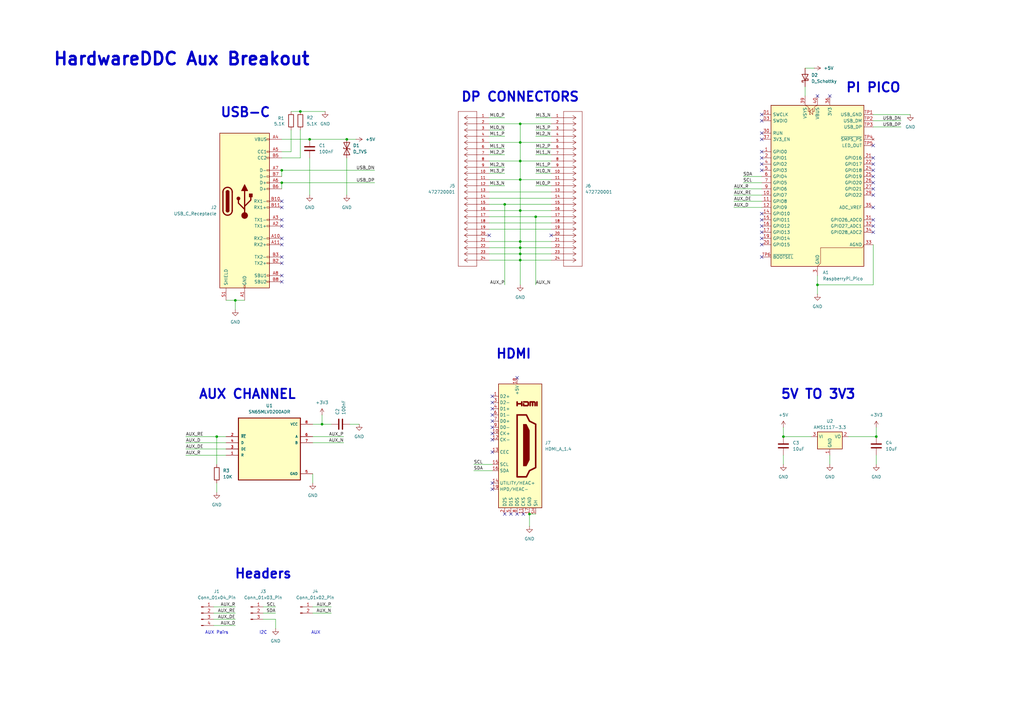
<source format=kicad_sch>
(kicad_sch (version 20250114) (generator "eeschema") (generator_version "9.0")
  (paper "A3")
  (lib_symbols
    (symbol "472720001:472720001" (pin_names (offset 1.016))
      (property "Reference" "J" (at 4.1656 5.3086 0))
      (property "Value" "472720001" (at 4.8006 -31.5214 0))
      (symbol "472720001_0_0"
        (polyline (pts (xy 5.08 2.54) (xy 5.08 -60.96)) (stroke (width 0.1524)))
        (polyline (pts (xy 5.08 -60.96) (xy 12.7 -60.96)) (stroke (width 0.1524)))
        (polyline (pts (xy 10.16 0) (xy 5.08 0)) (stroke (width 0.1524)))
        (polyline (pts (xy 10.16 0) (xy 8.89 0.8382)) (stroke (width 0.1524)))
        (polyline (pts (xy 10.16 0) (xy 8.89 -0.8382)) (stroke (width 0.1524)))
        (polyline (pts (xy 10.16 -2.54) (xy 5.08 -2.54)) (stroke (width 0.1524)))
        (polyline (pts (xy 10.16 -2.54) (xy 8.89 -1.7018)) (stroke (width 0.1524)))
        (polyline (pts (xy 10.16 -2.54) (xy 8.89 -3.3782)) (stroke (width 0.1524)))
        (polyline (pts (xy 10.16 -5.08) (xy 5.08 -5.08)) (stroke (width 0.1524)))
        (polyline (pts (xy 10.16 -5.08) (xy 8.89 -4.2418)) (stroke (width 0.1524)))
        (polyline (pts (xy 10.16 -5.08) (xy 8.89 -5.9182)) (stroke (width 0.1524)))
        (polyline (pts (xy 10.16 -7.62) (xy 5.08 -7.62)) (stroke (width 0.1524)))
        (polyline (pts (xy 10.16 -7.62) (xy 8.89 -6.7818)) (stroke (width 0.1524)))
        (polyline (pts (xy 10.16 -7.62) (xy 8.89 -8.4582)) (stroke (width 0.1524)))
        (polyline (pts (xy 10.16 -10.16) (xy 5.08 -10.16)) (stroke (width 0.1524)))
        (polyline (pts (xy 10.16 -10.16) (xy 8.89 -9.3218)) (stroke (width 0.1524)))
        (polyline (pts (xy 10.16 -10.16) (xy 8.89 -10.9982)) (stroke (width 0.1524)))
        (polyline (pts (xy 10.16 -12.7) (xy 5.08 -12.7)) (stroke (width 0.1524)))
        (polyline (pts (xy 10.16 -12.7) (xy 8.89 -11.8618)) (stroke (width 0.1524)))
        (polyline (pts (xy 10.16 -12.7) (xy 8.89 -13.5382)) (stroke (width 0.1524)))
        (polyline (pts (xy 10.16 -15.24) (xy 5.08 -15.24)) (stroke (width 0.1524)))
        (polyline (pts (xy 10.16 -15.24) (xy 8.89 -14.4018)) (stroke (width 0.1524)))
        (polyline (pts (xy 10.16 -15.24) (xy 8.89 -16.0782)) (stroke (width 0.1524)))
        (polyline (pts (xy 10.16 -17.78) (xy 5.08 -17.78)) (stroke (width 0.1524)))
        (polyline (pts (xy 10.16 -17.78) (xy 8.89 -16.9418)) (stroke (width 0.1524)))
        (polyline (pts (xy 10.16 -17.78) (xy 8.89 -18.6182)) (stroke (width 0.1524)))
        (polyline (pts (xy 10.16 -20.32) (xy 5.08 -20.32)) (stroke (width 0.1524)))
        (polyline (pts (xy 10.16 -20.32) (xy 8.89 -19.4818)) (stroke (width 0.1524)))
        (polyline (pts (xy 10.16 -20.32) (xy 8.89 -21.1582)) (stroke (width 0.1524)))
        (polyline (pts (xy 10.16 -22.86) (xy 5.08 -22.86)) (stroke (width 0.1524)))
        (polyline (pts (xy 10.16 -22.86) (xy 8.89 -22.0218)) (stroke (width 0.1524)))
        (polyline (pts (xy 10.16 -22.86) (xy 8.89 -23.6982)) (stroke (width 0.1524)))
        (polyline (pts (xy 10.16 -25.4) (xy 5.08 -25.4)) (stroke (width 0.1524)))
        (polyline (pts (xy 10.16 -25.4) (xy 8.89 -24.5618)) (stroke (width 0.1524)))
        (polyline (pts (xy 10.16 -25.4) (xy 8.89 -26.2382)) (stroke (width 0.1524)))
        (polyline (pts (xy 10.16 -27.94) (xy 5.08 -27.94)) (stroke (width 0.1524)))
        (polyline (pts (xy 10.16 -27.94) (xy 8.89 -27.1018)) (stroke (width 0.1524)))
        (polyline (pts (xy 10.16 -27.94) (xy 8.89 -28.7782)) (stroke (width 0.1524)))
        (polyline (pts (xy 10.16 -30.48) (xy 5.08 -30.48)) (stroke (width 0.1524)))
        (polyline (pts (xy 10.16 -30.48) (xy 8.89 -29.6418)) (stroke (width 0.1524)))
        (polyline (pts (xy 10.16 -30.48) (xy 8.89 -31.3182)) (stroke (width 0.1524)))
        (polyline (pts (xy 10.16 -33.02) (xy 5.08 -33.02)) (stroke (width 0.1524)))
        (polyline (pts (xy 10.16 -33.02) (xy 8.89 -32.1818)) (stroke (width 0.1524)))
        (polyline (pts (xy 10.16 -33.02) (xy 8.89 -33.8582)) (stroke (width 0.1524)))
        (polyline (pts (xy 10.16 -35.56) (xy 5.08 -35.56)) (stroke (width 0.1524)))
        (polyline (pts (xy 10.16 -35.56) (xy 8.89 -34.7218)) (stroke (width 0.1524)))
        (polyline (pts (xy 10.16 -35.56) (xy 8.89 -36.3982)) (stroke (width 0.1524)))
        (polyline (pts (xy 10.16 -38.1) (xy 5.08 -38.1)) (stroke (width 0.1524)))
        (polyline (pts (xy 10.16 -38.1) (xy 8.89 -37.2618)) (stroke (width 0.1524)))
        (polyline (pts (xy 10.16 -38.1) (xy 8.89 -38.9382)) (stroke (width 0.1524)))
        (polyline (pts (xy 10.16 -40.64) (xy 5.08 -40.64)) (stroke (width 0.1524)))
        (polyline (pts (xy 10.16 -40.64) (xy 8.89 -39.8018)) (stroke (width 0.1524)))
        (polyline (pts (xy 10.16 -40.64) (xy 8.89 -41.4782)) (stroke (width 0.1524)))
        (polyline (pts (xy 10.16 -43.18) (xy 5.08 -43.18)) (stroke (width 0.1524)))
        (polyline (pts (xy 10.16 -43.18) (xy 8.89 -42.3418)) (stroke (width 0.1524)))
        (polyline (pts (xy 10.16 -43.18) (xy 8.89 -44.0182)) (stroke (width 0.1524)))
        (polyline (pts (xy 10.16 -45.72) (xy 5.08 -45.72)) (stroke (width 0.1524)))
        (polyline (pts (xy 10.16 -45.72) (xy 8.89 -44.8818)) (stroke (width 0.1524)))
        (polyline (pts (xy 10.16 -45.72) (xy 8.89 -46.5582)) (stroke (width 0.1524)))
        (polyline (pts (xy 10.16 -48.26) (xy 5.08 -48.26)) (stroke (width 0.1524)))
        (polyline (pts (xy 10.16 -48.26) (xy 8.89 -47.4218)) (stroke (width 0.1524)))
        (polyline (pts (xy 10.16 -48.26) (xy 8.89 -49.0982)) (stroke (width 0.1524)))
        (polyline (pts (xy 10.16 -50.8) (xy 5.08 -50.8)) (stroke (width 0.1524)))
        (polyline (pts (xy 10.16 -50.8) (xy 8.89 -49.9618)) (stroke (width 0.1524)))
        (polyline (pts (xy 10.16 -50.8) (xy 8.89 -51.6382)) (stroke (width 0.1524)))
        (polyline (pts (xy 10.16 -53.34) (xy 5.08 -53.34)) (stroke (width 0.1524)))
        (polyline (pts (xy 10.16 -53.34) (xy 8.89 -52.5018)) (stroke (width 0.1524)))
        (polyline (pts (xy 10.16 -53.34) (xy 8.89 -54.1782)) (stroke (width 0.1524)))
        (polyline (pts (xy 10.16 -55.88) (xy 5.08 -55.88)) (stroke (width 0.1524)))
        (polyline (pts (xy 10.16 -55.88) (xy 8.89 -55.0418)) (stroke (width 0.1524)))
        (polyline (pts (xy 10.16 -55.88) (xy 8.89 -56.7182)) (stroke (width 0.1524)))
        (polyline (pts (xy 10.16 -58.42) (xy 5.08 -58.42)) (stroke (width 0.1524)))
        (polyline (pts (xy 10.16 -58.42) (xy 8.89 -57.5818)) (stroke (width 0.1524)))
        (polyline (pts (xy 10.16 -58.42) (xy 8.89 -59.2582)) (stroke (width 0.1524)))
        (polyline (pts (xy 12.7 2.54) (xy 5.08 2.54)) (stroke (width 0.1524)))
        (polyline (pts (xy 12.7 -60.96) (xy 12.7 2.54)) (stroke (width 0.1524)))
        (pin passive line (at 0 0 0) (length 5.08) (name "~") (number "1"))
        (pin passive line (at 0 -2.54 0) (length 5.08) (name "~") (number "2"))
        (pin passive line (at 0 -5.08 0) (length 5.08) (name "~") (number "3"))
        (pin passive line (at 0 -7.62 0) (length 5.08) (name "~") (number "4"))
        (pin passive line (at 0 -10.16 0) (length 5.08) (name "~") (number "5"))
        (pin passive line (at 0 -12.7 0) (length 5.08) (name "~") (number "6"))
        (pin passive line (at 0 -15.24 0) (length 5.08) (name "~") (number "7"))
        (pin passive line (at 0 -17.78 0) (length 5.08) (name "~") (number "8"))
        (pin passive line (at 0 -20.32 0) (length 5.08) (name "~") (number "9"))
        (pin passive line (at 0 -22.86 0) (length 5.08) (name "~") (number "10"))
        (pin passive line (at 0 -25.4 0) (length 5.08) (name "~") (number "11"))
        (pin passive line (at 0 -27.94 0) (length 5.08) (name "~") (number "12"))
        (pin passive line (at 0 -30.48 0) (length 5.08) (name "~") (number "13"))
        (pin passive line (at 0 -33.02 0) (length 5.08) (name "~") (number "14"))
        (pin passive line (at 0 -35.56 0) (length 5.08) (name "~") (number "15"))
        (pin passive line (at 0 -38.1 0) (length 5.08) (name "~") (number "16"))
        (pin passive line (at 0 -40.64 0) (length 5.08) (name "~") (number "17"))
        (pin passive line (at 0 -43.18 0) (length 5.08) (name "~") (number "18"))
        (pin passive line (at 0 -45.72 0) (length 5.08) (name "~") (number "19"))
        (pin passive line (at 0 -48.26 0) (length 5.08) (name "~") (number "20"))
        (pin passive line (at 0 -50.8 0) (length 5.08) (name "~") (number "21"))
        (pin passive line (at 0 -53.34 0) (length 5.08) (name "~") (number "22"))
        (pin passive line (at 0 -55.88 0) (length 5.08) (name "~") (number "23"))
        (pin passive line (at 0 -58.42 0) (length 5.08) (name "~") (number "24"))
      )
    )
    (symbol "Connector:Conn_01x02_Pin" (pin_names (offset 1.016) (hide yes))
      (property "Reference" "J" (at 0 2.54 0))
      (property "Value" "Conn_01x02_Pin" (at 0 -5.08 0))
      (symbol "Conn_01x02_Pin_1_1"
        (rectangle (start 0.8636 0.127) (end 0 -0.127) (stroke (width 0.1524)) (fill (type outline)))
        (rectangle (start 0.8636 -2.413) (end 0 -2.667) (stroke (width 0.1524)) (fill (type outline)))
        (polyline (pts (xy 1.27 0) (xy 0.8636 0)) (stroke (width 0.1524)))
        (polyline (pts (xy 1.27 -2.54) (xy 0.8636 -2.54)) (stroke (width 0.1524)))
        (pin passive line (at 5.08 0 180) (length 3.81) (name "Pin_1") (number "1"))
        (pin passive line (at 5.08 -2.54 180) (length 3.81) (name "Pin_2") (number "2"))
      )
    )
    (symbol "Connector:Conn_01x03_Pin" (pin_names (offset 1.016) (hide yes))
      (property "Reference" "J" (at 0 5.08 0))
      (property "Value" "Conn_01x03_Pin" (at 0 -5.08 0))
      (symbol "Conn_01x03_Pin_1_1"
        (rectangle (start 0.8636 2.667) (end 0 2.413) (stroke (width 0.1524)) (fill (type outline)))
        (rectangle (start 0.8636 0.127) (end 0 -0.127) (stroke (width 0.1524)) (fill (type outline)))
        (rectangle (start 0.8636 -2.413) (end 0 -2.667) (stroke (width 0.1524)) (fill (type outline)))
        (polyline (pts (xy 1.27 2.54) (xy 0.8636 2.54)) (stroke (width 0.1524)))
        (polyline (pts (xy 1.27 0) (xy 0.8636 0)) (stroke (width 0.1524)))
        (polyline (pts (xy 1.27 -2.54) (xy 0.8636 -2.54)) (stroke (width 0.1524)))
        (pin passive line (at 5.08 2.54 180) (length 3.81) (name "Pin_1") (number "1"))
        (pin passive line (at 5.08 0 180) (length 3.81) (name "Pin_2") (number "2"))
        (pin passive line (at 5.08 -2.54 180) (length 3.81) (name "Pin_3") (number "3"))
      )
    )
    (symbol "Connector:Conn_01x04_Pin" (pin_names (offset 1.016) (hide yes))
      (property "Reference" "J" (at 0 5.08 0))
      (property "Value" "Conn_01x04_Pin" (at 0 -7.62 0))
      (symbol "Conn_01x04_Pin_1_1"
        (rectangle (start 0.8636 2.667) (end 0 2.413) (stroke (width 0.1524)) (fill (type outline)))
        (rectangle (start 0.8636 0.127) (end 0 -0.127) (stroke (width 0.1524)) (fill (type outline)))
        (rectangle (start 0.8636 -2.413) (end 0 -2.667) (stroke (width 0.1524)) (fill (type outline)))
        (rectangle (start 0.8636 -4.953) (end 0 -5.207) (stroke (width 0.1524)) (fill (type outline)))
        (polyline (pts (xy 1.27 2.54) (xy 0.8636 2.54)) (stroke (width 0.1524)))
        (polyline (pts (xy 1.27 0) (xy 0.8636 0)) (stroke (width 0.1524)))
        (polyline (pts (xy 1.27 -2.54) (xy 0.8636 -2.54)) (stroke (width 0.1524)))
        (polyline (pts (xy 1.27 -5.08) (xy 0.8636 -5.08)) (stroke (width 0.1524)))
        (pin passive line (at 5.08 2.54 180) (length 3.81) (name "Pin_1") (number "1"))
        (pin passive line (at 5.08 0 180) (length 3.81) (name "Pin_2") (number "2"))
        (pin passive line (at 5.08 -2.54 180) (length 3.81) (name "Pin_3") (number "3"))
        (pin passive line (at 5.08 -5.08 180) (length 3.81) (name "Pin_4") (number "4"))
      )
    )
    (symbol "Connector:HDMI_A_1.4"
      (property "Reference" "J" (at -6.35 26.67 0))
      (property "Value" "HDMI_A_1.4" (at 10.16 26.67 0))
      (symbol "HDMI_A_1.4_0_0"
        (polyline (pts (xy 0 16.51) (xy 0 18.034) (xy 0 17.272) (xy 1.905 17.272) (xy 1.905 18.034) (xy 1.905 16.51)) (stroke (width 0.635)))
        (polyline (pts (xy 2.667 18.034) (xy 4.318 18.034) (xy 4.572 17.78) (xy 4.572 16.764) (xy 4.318 16.51) (xy 2.667 16.51) (xy 2.667 17.272)) (stroke (width 0.635)))
        (polyline (pts (xy 8.128 16.51) (xy 8.128 18.034)) (stroke (width 0.635)))
      )
      (symbol "HDMI_A_1.4_0_1"
        (rectangle (start -7.62 25.4) (end 10.16 -25.4) (stroke (width 0.254)) (fill (type background)))
        (polyline (pts (xy 0 12.7) (xy 0 -12.7) (xy 3.81 -12.7) (xy 5.08 -10.16) (xy 7.62 -8.89) (xy 7.62 8.89) (xy 5.08 10.16) (xy 3.81 12.7) (xy 0 12.7)) (stroke (width 0.635)))
        (polyline (pts (xy 2.54 8.89) (xy 3.81 8.89) (xy 5.08 6.35) (xy 5.08 -5.715) (xy 3.81 -8.255) (xy 2.54 -8.255) (xy 2.54 8.89)) (fill (type outline)))
        (polyline (pts (xy 5.334 16.51) (xy 5.334 18.034) (xy 6.35 18.034) (xy 6.35 16.51) (xy 6.35 18.034) (xy 7.112 18.034) (xy 7.366 17.78) (xy 7.366 16.51)) (stroke (width 0.635)))
      )
      (symbol "HDMI_A_1.4_1_1"
        (pin passive line (at -10.16 20.32 0) (length 2.54) (name "D2+") (number "1"))
        (pin passive line (at -10.16 17.78 0) (length 2.54) (name "D2-") (number "3"))
        (pin passive line (at -10.16 15.24 0) (length 2.54) (name "D1+") (number "4"))
        (pin passive line (at -10.16 12.7 0) (length 2.54) (name "D1-") (number "6"))
        (pin passive line (at -10.16 10.16 0) (length 2.54) (name "D0+") (number "7"))
        (pin passive line (at -10.16 7.62 0) (length 2.54) (name "D0-") (number "9"))
        (pin passive line (at -10.16 5.08 0) (length 2.54) (name "CK+") (number "10"))
        (pin passive line (at -10.16 2.54 0) (length 2.54) (name "CK-") (number "12"))
        (pin bidirectional line (at -10.16 -2.54 0) (length 2.54) (name "CEC") (number "13"))
        (pin passive line (at -10.16 -7.62 0) (length 2.54) (name "SCL") (number "15"))
        (pin bidirectional line (at -10.16 -10.16 0) (length 2.54) (name "SDA") (number "16"))
        (pin passive line (at -10.16 -15.24 0) (length 2.54) (name "UTILITY/HEAC+") (number "14"))
        (pin passive line (at -10.16 -17.78 0) (length 2.54) (name "HPD/HEAC-") (number "19"))
        (pin power_in line (at -5.08 -27.94 90) (length 2.54) (name "D2S") (number "2"))
        (pin power_in line (at -2.54 -27.94 90) (length 2.54) (name "D1S") (number "5"))
        (pin power_in line (at 0 27.94 270) (length 2.54) (name "+5V") (number "18"))
        (pin power_in line (at 0 -27.94 90) (length 2.54) (name "D0S") (number "8"))
        (pin power_in line (at 2.54 -27.94 90) (length 2.54) (name "CKS") (number "11"))
        (pin power_in line (at 5.08 -27.94 90) (length 2.54) (name "GND") (number "17"))
        (pin passive line (at 7.62 -27.94 90) (length 2.54) (name "SH") (number "SH"))
      )
    )
    (symbol "Connector:USB_C_Receptacle" (pin_names (offset 1.016))
      (property "Reference" "J" (at -10.16 29.21 0))
      (property "Value" "USB_C_Receptacle" (at 10.16 29.21 0))
      (symbol "USB_C_Receptacle_0_0"
        (rectangle (start -0.254 -35.56) (end 0.254 -34.544))
        (rectangle (start 10.16 25.654) (end 9.144 25.146))
        (rectangle (start 10.16 20.574) (end 9.144 20.066))
        (rectangle (start 10.16 18.034) (end 9.144 17.526))
        (rectangle (start 10.16 12.954) (end 9.144 12.446))
        (rectangle (start 10.16 10.414) (end 9.144 9.906))
        (rectangle (start 10.16 7.874) (end 9.144 7.366))
        (rectangle (start 10.16 5.334) (end 9.144 4.826))
        (rectangle (start 10.16 0.254) (end 9.144 -0.254))
        (rectangle (start 10.16 -2.286) (end 9.144 -2.794))
        (rectangle (start 10.16 -7.366) (end 9.144 -7.874))
        (rectangle (start 10.16 -9.906) (end 9.144 -10.414))
        (rectangle (start 10.16 -14.986) (end 9.144 -15.494))
        (rectangle (start 10.16 -17.526) (end 9.144 -18.034))
        (rectangle (start 10.16 -22.606) (end 9.144 -23.114))
        (rectangle (start 10.16 -25.146) (end 9.144 -25.654))
        (rectangle (start 10.16 -30.226) (end 9.144 -30.734))
        (rectangle (start 10.16 -32.766) (end 9.144 -33.274))
      )
      (symbol "USB_C_Receptacle_0_1"
        (rectangle (start -10.16 27.94) (end 10.16 -35.56) (stroke (width 0.254)) (fill (type background)))
        (polyline (pts (xy -8.89 -3.81) (xy -8.89 3.81)) (stroke (width 0.508)))
        (rectangle (start -7.62 -3.81) (end -6.35 3.81) (stroke (width 0.254)) (fill (type outline)))
        (arc (start -7.62 3.81) (mid -6.985 4.4423) (end -6.35 3.81) (stroke (width 0.254)))
        (arc (start -7.62 3.81) (mid -6.985 4.4423) (end -6.35 3.81) (stroke (width 0.254)) (fill (type outline)))
        (arc (start -8.89 3.81) (mid -6.985 5.7067) (end -5.08 3.81) (stroke (width 0.508)))
        (arc (start -5.08 -3.81) (mid -6.985 -5.7067) (end -8.89 -3.81) (stroke (width 0.508)))
        (arc (start -6.35 -3.81) (mid -6.985 -4.4423) (end -7.62 -3.81) (stroke (width 0.254)))
        (arc (start -6.35 -3.81) (mid -6.985 -4.4423) (end -7.62 -3.81) (stroke (width 0.254)) (fill (type outline)))
        (polyline (pts (xy -5.08 3.81) (xy -5.08 -3.81)) (stroke (width 0.508)))
      )
      (symbol "USB_C_Receptacle_1_1"
        (circle (center -2.54 1.143) (radius 0.635) (stroke (width 0.254)) (fill (type outline)))
        (polyline (pts (xy -1.27 4.318) (xy 0 6.858) (xy 1.27 4.318) (xy -1.27 4.318)) (stroke (width 0.254)) (fill (type outline)))
        (polyline (pts (xy 0 -2.032) (xy 2.54 0.508) (xy 2.54 1.778)) (stroke (width 0.508)))
        (polyline (pts (xy 0 -3.302) (xy -2.54 -0.762) (xy -2.54 0.508)) (stroke (width 0.508)))
        (polyline (pts (xy 0 -5.842) (xy 0 4.318)) (stroke (width 0.508)))
        (circle (center 0 -5.842) (radius 1.27) (fill (type outline)))
        (rectangle (start 1.905 1.778) (end 3.175 3.048) (stroke (width 0.254)) (fill (type outline)))
        (pin passive line (at -7.62 -40.64 90) (length 5.08) (name "SHIELD") (number "S1"))
        (pin passive line (at 0 -40.64 90) (length 5.08) (name "GND") (number "A1"))
        (pin passive line (at 0 -40.64 90) (length 5.08) (hide yes) (name "GND") (number "A12"))
        (pin passive line (at 0 -40.64 90) (length 5.08) (hide yes) (name "GND") (number "B1"))
        (pin passive line (at 0 -40.64 90) (length 5.08) (hide yes) (name "GND") (number "B12"))
        (pin passive line (at 15.24 25.4 180) (length 5.08) (name "VBUS") (number "A4"))
        (pin passive line (at 15.24 25.4 180) (length 5.08) (hide yes) (name "VBUS") (number "A9"))
        (pin passive line (at 15.24 25.4 180) (length 5.08) (hide yes) (name "VBUS") (number "B4"))
        (pin passive line (at 15.24 25.4 180) (length 5.08) (hide yes) (name "VBUS") (number "B9"))
        (pin bidirectional line (at 15.24 20.32 180) (length 5.08) (name "CC1") (number "A5"))
        (pin bidirectional line (at 15.24 17.78 180) (length 5.08) (name "CC2") (number "B5"))
        (pin bidirectional line (at 15.24 12.7 180) (length 5.08) (name "D-") (number "A7"))
        (pin bidirectional line (at 15.24 10.16 180) (length 5.08) (name "D-") (number "B7"))
        (pin bidirectional line (at 15.24 7.62 180) (length 5.08) (name "D+") (number "A6"))
        (pin bidirectional line (at 15.24 5.08 180) (length 5.08) (name "D+") (number "B6"))
        (pin bidirectional line (at 15.24 0 180) (length 5.08) (name "RX1-") (number "B10"))
        (pin bidirectional line (at 15.24 -2.54 180) (length 5.08) (name "RX1+") (number "B11"))
        (pin bidirectional line (at 15.24 -7.62 180) (length 5.08) (name "TX1-") (number "A3"))
        (pin bidirectional line (at 15.24 -10.16 180) (length 5.08) (name "TX1+") (number "A2"))
        (pin bidirectional line (at 15.24 -15.24 180) (length 5.08) (name "RX2-") (number "A10"))
        (pin bidirectional line (at 15.24 -17.78 180) (length 5.08) (name "RX2+") (number "A11"))
        (pin bidirectional line (at 15.24 -22.86 180) (length 5.08) (name "TX2-") (number "B3"))
        (pin bidirectional line (at 15.24 -25.4 180) (length 5.08) (name "TX2+") (number "B2"))
        (pin bidirectional line (at 15.24 -30.48 180) (length 5.08) (name "SBU1") (number "A8"))
        (pin bidirectional line (at 15.24 -33.02 180) (length 5.08) (name "SBU2") (number "B8"))
      )
    )
    (symbol "Device:C" (pin_numbers (hide yes)) (pin_names (offset 0.254))
      (property "Reference" "C" (at 0.635 2.54 0))
      (property "Value" "C" (at 0.635 -2.54 0))
      (symbol "C_0_1"
        (polyline (pts (xy -2.032 0.762) (xy 2.032 0.762)) (stroke (width 0.508)))
        (polyline (pts (xy -2.032 -0.762) (xy 2.032 -0.762)) (stroke (width 0.508)))
      )
      (symbol "C_1_1"
        (pin passive line (at 0 3.81 270) (length 2.794) (name "~") (number "1"))
        (pin passive line (at 0 -3.81 90) (length 2.794) (name "~") (number "2"))
      )
    )
    (symbol "Device:D_Schottky" (pin_numbers (hide yes)) (pin_names (offset 1.016) (hide yes))
      (property "Reference" "D" (at 0 2.54 0))
      (property "Value" "D_Schottky" (at 0 -2.54 0))
      (symbol "D_Schottky_0_1"
        (polyline (pts (xy -1.905 0.635) (xy -1.905 1.27) (xy -1.27 1.27) (xy -1.27 -1.27) (xy -0.635 -1.27) (xy -0.635 -0.635)) (stroke (width 0.254)))
        (polyline (pts (xy 1.27 1.27) (xy 1.27 -1.27) (xy -1.27 0) (xy 1.27 1.27)) (stroke (width 0.254)))
        (polyline (pts (xy 1.27 0) (xy -1.27 0)))
      )
      (symbol "D_Schottky_1_1"
        (pin passive line (at -3.81 0 0) (length 2.54) (name "K") (number "1"))
        (pin passive line (at 3.81 0 180) (length 2.54) (name "A") (number "2"))
      )
    )
    (symbol "Device:D_TVS" (pin_numbers (hide yes)) (pin_names (offset 1.016) (hide yes))
      (property "Reference" "D" (at 0 2.54 0))
      (property "Value" "D_TVS" (at 0 -2.54 0))
      (symbol "D_TVS_0_1"
        (polyline (pts (xy -2.54 1.27) (xy -2.54 -1.27) (xy 2.54 1.27) (xy 2.54 -1.27) (xy -2.54 1.27)) (stroke (width 0.254)))
        (polyline (pts (xy 0.508 1.27) (xy 0 1.27) (xy 0 -1.27) (xy -0.508 -1.27)) (stroke (width 0.254)))
        (polyline (pts (xy 1.27 0) (xy -1.27 0)))
      )
      (symbol "D_TVS_1_1"
        (pin passive line (at -3.81 0 0) (length 2.54) (name "A1") (number "1"))
        (pin passive line (at 3.81 0 180) (length 2.54) (name "A2") (number "2"))
      )
    )
    (symbol "Device:R" (pin_numbers (hide yes)) (pin_names (offset 0))
      (property "Reference" "R" (at 2.032 0 90))
      (property "Value" "R" (at 0 0 90))
      (symbol "R_0_1"
        (rectangle (start -1.016 -2.54) (end 1.016 2.54) (stroke (width 0.254)))
      )
      (symbol "R_1_1"
        (pin passive line (at 0 3.81 270) (length 1.27) (name "~") (number "1"))
        (pin passive line (at 0 -3.81 90) (length 1.27) (name "~") (number "2"))
      )
    )
    (symbol "MCU_Module:RaspberryPi_Pico_Extensive" (pin_names (offset 0.762))
      (property "Reference" "A" (at -19.05 35.56 0))
      (property "Value" "RaspberryPi_Pico" (at 7.62 35.56 0))
      (symbol "RaspberryPi_Pico_Extensive_0_1"
        (rectangle (start -19.05 34.29) (end 19.05 -31.75) (stroke (width 0.254)) (fill (type background)))
        (polyline (pts (xy -5.08 34.29) (xy -3.81 33.655) (xy -3.81 31.75) (xy -3.175 31.75)))
        (polyline (pts (xy -3.429 32.766) (xy -3.429 33.02) (xy -3.175 33.02) (xy -3.175 30.48) (xy -2.921 30.48) (xy -2.921 30.734)))
        (polyline (pts (xy -3.175 31.75) (xy -1.905 33.02) (xy -1.905 30.48) (xy -3.175 31.75)))
        (polyline (pts (xy 0 34.29) (xy -1.27 33.655) (xy -1.27 31.75) (xy -1.905 31.75)))
        (polyline (pts (xy 0 -31.75) (xy 1.27 -30.48) (xy 1.27 -24.13) (xy 18.415 -24.13) (xy 19.05 -22.86)))
      )
      (symbol "RaspberryPi_Pico_Extensive_1_1"
        (pin input line (at -22.86 30.48 0) (length 3.81) (name "SWCLK") (number "D1"))
        (pin bidirectional line (at -22.86 27.94 0) (length 3.81) (name "SWDIO") (number "D3"))
        (pin passive line (at -22.86 22.86 0) (length 3.81) (name "RUN") (number "30"))
        (pin passive line (at -22.86 20.32 0) (length 3.81) (name "3V3_EN") (number "37"))
        (pin bidirectional line (at -22.86 15.24 0) (length 3.81) (name "GPIO0") (number "1"))
        (pin bidirectional line (at -22.86 12.7 0) (length 3.81) (name "GPIO1") (number "2"))
        (pin bidirectional line (at -22.86 10.16 0) (length 3.81) (name "GPIO2") (number "4"))
        (pin bidirectional line (at -22.86 7.62 0) (length 3.81) (name "GPIO3") (number "5"))
        (pin bidirectional line (at -22.86 5.08 0) (length 3.81) (name "GPIO4") (number "6"))
        (pin bidirectional line (at -22.86 2.54 0) (length 3.81) (name "GPIO5") (number "7"))
        (pin bidirectional line (at -22.86 0 0) (length 3.81) (name "GPIO6") (number "9"))
        (pin bidirectional line (at -22.86 -2.54 0) (length 3.81) (name "GPIO7") (number "10"))
        (pin bidirectional line (at -22.86 -5.08 0) (length 3.81) (name "GPIO8") (number "11"))
        (pin bidirectional line (at -22.86 -7.62 0) (length 3.81) (name "GPIO9") (number "12"))
        (pin bidirectional line (at -22.86 -10.16 0) (length 3.81) (name "GPIO10") (number "14"))
        (pin bidirectional line (at -22.86 -12.7 0) (length 3.81) (name "GPIO11") (number "15"))
        (pin bidirectional line (at -22.86 -15.24 0) (length 3.81) (name "GPIO12") (number "16"))
        (pin bidirectional line (at -22.86 -17.78 0) (length 3.81) (name "GPIO13") (number "17"))
        (pin bidirectional line (at -22.86 -20.32 0) (length 3.81) (name "GPIO14") (number "19"))
        (pin bidirectional line (at -22.86 -22.86 0) (length 3.81) (name "GPIO15") (number "20"))
        (pin input line (at -22.86 -27.94 0) (length 3.81) (name "~{BOOTSEL}") (number "TP6"))
        (pin power_in line (at -5.08 38.1 270) (length 3.81) (name "VSYS") (number "39"))
        (pin power_out line (at 0 38.1 270) (length 3.81) (name "VBUS") (number "40"))
        (pin passive line (at 0 -35.56 90) (length 3.81) (hide yes) (name "GND") (number "13"))
        (pin passive line (at 0 -35.56 90) (length 3.81) (hide yes) (name "GND") (number "18"))
        (pin passive line (at 0 -35.56 90) (length 3.81) (hide yes) (name "GND") (number "23"))
        (pin passive line (at 0 -35.56 90) (length 3.81) (hide yes) (name "GND") (number "28"))
        (pin power_out line (at 0 -35.56 90) (length 3.81) (name "GND") (number "3"))
        (pin passive line (at 0 -35.56 90) (length 3.81) (hide yes) (name "GND") (number "38"))
        (pin passive line (at 0 -35.56 90) (length 3.81) (hide yes) (name "GND") (number "8"))
        (pin passive line (at 0 -35.56 90) (length 3.81) (hide yes) (name "GND") (number "D2"))
        (pin power_out line (at 5.08 38.1 270) (length 3.81) (name "3V3") (number "36"))
        (pin power_out line (at 22.86 30.48 180) (length 3.81) (name "USB_GND") (number "TP1"))
        (pin bidirectional line (at 22.86 27.94 180) (length 3.81) (name "USB_DM") (number "TP2"))
        (pin bidirectional line (at 22.86 25.4 180) (length 3.81) (name "USB_DP") (number "TP3"))
        (pin no_connect line (at 22.86 20.32 180) (length 3.81) (name "~{SMPS_PS}") (number "TP4"))
        (pin output line (at 22.86 17.78 180) (length 3.81) (name "LED_OUT") (number "TP5"))
        (pin bidirectional line (at 22.86 12.7 180) (length 3.81) (name "GPIO16") (number "21"))
        (pin bidirectional line (at 22.86 10.16 180) (length 3.81) (name "GPIO17") (number "22"))
        (pin bidirectional line (at 22.86 7.62 180) (length 3.81) (name "GPIO18") (number "24"))
        (pin bidirectional line (at 22.86 5.08 180) (length 3.81) (name "GPIO19") (number "25"))
        (pin bidirectional line (at 22.86 2.54 180) (length 3.81) (name "GPIO20") (number "26"))
        (pin bidirectional line (at 22.86 0 180) (length 3.81) (name "GPIO21") (number "27"))
        (pin bidirectional line (at 22.86 -2.54 180) (length 3.81) (name "GPIO22") (number "29"))
        (pin power_in line (at 22.86 -7.62 180) (length 3.81) (name "ADC_VREF") (number "35"))
        (pin bidirectional line (at 22.86 -12.7 180) (length 3.81) (name "GPIO26_ADC0") (number "31"))
        (pin bidirectional line (at 22.86 -15.24 180) (length 3.81) (name "GPIO27_ADC1") (number "32"))
        (pin bidirectional line (at 22.86 -17.78 180) (length 3.81) (name "GPIO28_ADC2") (number "34"))
        (pin power_out line (at 22.86 -22.86 180) (length 3.81) (name "AGND") (number "33"))
      )
    )
    (symbol "Regulator_Linear:AMS1117-3.3"
      (property "Reference" "U" (at -3.81 3.175 0))
      (property "Value" "AMS1117-3.3" (at 0 3.175 0))
      (symbol "AMS1117-3.3_0_1"
        (rectangle (start -5.08 -5.08) (end 5.08 1.905) (stroke (width 0.254)) (fill (type background)))
      )
      (symbol "AMS1117-3.3_1_1"
        (pin power_in line (at -7.62 0 0) (length 2.54) (name "VI") (number "3"))
        (pin power_in line (at 0 -7.62 90) (length 2.54) (name "GND") (number "1"))
        (pin power_out line (at 7.62 0 180) (length 2.54) (name "VO") (number "2"))
      )
    )
    (symbol "SN65MLVD200ADR:SN65MLVD200ADR" (pin_names (offset 1.016))
      (property "Reference" "U" (at -12.7 13.7 0))
      (property "Value" "SN65MLVD200ADR" (at -12.7 -16.7 0))
      (symbol "SN65MLVD200ADR_0_0"
        (rectangle (start -12.7 -12.7) (end 12.7 12.7) (stroke (width 0.41)) (fill (type background)))
        (pin input line (at -17.78 5.08 0) (length 5.08) (name "~{RE}") (number "2"))
        (pin input line (at -17.78 2.54 0) (length 5.08) (name "D") (number "4"))
        (pin input line (at -17.78 0 0) (length 5.08) (name "DE") (number "3"))
        (pin input line (at -17.78 -2.54 0) (length 5.08) (name "R") (number "1"))
        (pin power_in line (at 17.78 10.16 180) (length 5.08) (name "VCC") (number "8"))
        (pin output line (at 17.78 5.08 180) (length 5.08) (name "A") (number "6"))
        (pin output line (at 17.78 2.54 180) (length 5.08) (name "B") (number "7"))
        (pin power_in line (at 17.78 -10.16 180) (length 5.08) (name "GND") (number "5"))
      )
    )
    (symbol "power:+3V3" (power) (pin_numbers (hide yes)) (pin_names (offset 0) (hide yes))
      (property "Value" "+3V3" (at 0 3.556 0))
      (symbol "+3V3_0_1"
        (polyline (pts (xy -0.762 1.27) (xy 0 2.54)))
        (polyline (pts (xy 0 2.54) (xy 0.762 1.27)))
        (polyline (pts (xy 0 0) (xy 0 2.54)))
      )
      (symbol "+3V3_1_1"
        (pin power_in line (at 0 0 90) (length 0) (name "~") (number "1"))
      )
    )
    (symbol "power:+5V" (power) (pin_numbers (hide yes)) (pin_names (offset 0) (hide yes))
      (property "Value" "+5V" (at 0 3.556 0))
      (symbol "+5V_0_1"
        (polyline (pts (xy -0.762 1.27) (xy 0 2.54)))
        (polyline (pts (xy 0 2.54) (xy 0.762 1.27)))
        (polyline (pts (xy 0 0) (xy 0 2.54)))
      )
      (symbol "+5V_1_1"
        (pin power_in line (at 0 0 90) (length 0) (name "~") (number "1"))
      )
    )
    (symbol "power:GND" (power) (pin_numbers (hide yes)) (pin_names (offset 0) (hide yes))
      (property "Value" "GND" (at 0 -3.81 0))
      (symbol "GND_0_1"
        (polyline (pts (xy 0 0) (xy 0 -1.27) (xy 1.27 -1.27) (xy 0 -2.54) (xy -1.27 -1.27) (xy 0 -1.27)))
      )
      (symbol "GND_1_1"
        (pin power_in line (at 0 0 270) (length 0) (name "~") (number "1"))
      )
    )
  )
  (junction (at 123.19 45.72))
  (junction (at 127 57.15))
  (junction (at 207.01 83.82))
  (junction (at 88.9 179.07))
  (junction (at 213.36 66.04))
  (junction (at 213.36 86.36))
  (junction (at 219.71 88.9))
  (junction (at 115.57 69.85))
  (junction (at 213.36 50.8))
  (junction (at 142.24 57.15))
  (junction (at 213.36 104.14))
  (junction (at 213.36 101.6))
  (junction (at 321.31 179.07))
  (junction (at 335.28 116.84))
  (junction (at 213.36 99.06))
  (junction (at 217.17 210.82))
  (junction (at 96.52 123.19))
  (junction (at 115.57 74.93))
  (junction (at 359.41 179.07))
  (junction (at 132.08 173.99))
  (junction (at 213.36 73.66))
  (junction (at 213.36 106.68))
  (junction (at 213.36 58.42))
  (no_connect (at 312.42 105.41))
  (no_connect (at 358.14 64.77))
  (no_connect (at 358.14 92.71))
  (no_connect (at 312.42 62.23))
  (no_connect (at 115.57 90.17))
  (no_connect (at 115.57 85.09))
  (no_connect (at 312.42 95.25))
  (no_connect (at 340.36 39.37))
  (no_connect (at 358.14 67.31))
  (no_connect (at 335.28 39.37))
  (no_connect (at 358.14 74.93))
  (no_connect (at 115.57 92.71))
  (no_connect (at 201.93 177.8))
  (no_connect (at 201.93 162.56))
  (no_connect (at 312.42 97.79))
  (no_connect (at 312.42 54.61))
  (no_connect (at 358.14 69.85))
  (no_connect (at 358.14 77.47))
  (no_connect (at 115.57 82.55))
  (no_connect (at 226.06 96.52))
  (no_connect (at 312.42 69.85))
  (no_connect (at 115.57 97.79))
  (no_connect (at 312.42 92.71))
  (no_connect (at 312.42 57.15))
  (no_connect (at 115.57 107.95))
  (no_connect (at 201.93 170.18))
  (no_connect (at 115.57 105.41))
  (no_connect (at 212.09 210.82))
  (no_connect (at 214.63 210.82))
  (no_connect (at 312.42 87.63))
  (no_connect (at 312.42 49.53))
  (no_connect (at 201.93 165.1))
  (no_connect (at 115.57 113.03))
  (no_connect (at 358.14 90.17))
  (no_connect (at 201.93 198.12))
  (no_connect (at 358.14 72.39))
  (no_connect (at 209.55 210.82))
  (no_connect (at 207.01 210.82))
  (no_connect (at 201.93 175.26))
  (no_connect (at 212.09 154.94))
  (no_connect (at 312.42 64.77))
  (no_connect (at 312.42 100.33))
  (no_connect (at 312.42 67.31))
  (no_connect (at 201.93 180.34))
  (no_connect (at 115.57 100.33))
  (no_connect (at 358.14 95.25))
  (no_connect (at 312.42 46.99))
  (no_connect (at 201.93 167.64))
  (no_connect (at 201.93 200.66))
  (no_connect (at 358.14 85.09))
  (no_connect (at 358.14 59.69))
  (no_connect (at 201.93 185.42))
  (no_connect (at 358.14 80.01))
  (no_connect (at 201.93 172.72))
  (no_connect (at 115.57 115.57))
  (no_connect (at 312.42 90.17))
  (no_connect (at 200.66 96.52))
  (wire (pts (xy 76.2 186.69) (xy 92.71 186.69)))
  (wire (pts (xy 115.57 69.85) (xy 115.57 72.39)))
  (wire (pts (xy 330.2 35.56) (xy 330.2 39.37)))
  (wire (pts (xy 115.57 74.93) (xy 153.67 74.93)))
  (wire (pts (xy 321.31 175.26) (xy 321.31 179.07)))
  (wire (pts (xy 219.71 53.34) (xy 226.06 53.34)))
  (wire (pts (xy 217.17 210.82) (xy 219.71 210.82)))
  (wire (pts (xy 200.66 68.58) (xy 207.01 68.58)))
  (wire (pts (xy 115.57 57.15) (xy 127 57.15)))
  (wire (pts (xy 123.19 64.77) (xy 123.19 53.34)))
  (wire (pts (xy 113.03 254) (xy 113.03 257.81)))
  (wire (pts (xy 300.99 80.01) (xy 312.42 80.01)))
  (wire (pts (xy 88.9 190.5) (xy 88.9 179.07)))
  (wire (pts (xy 128.27 194.31) (xy 128.27 198.12)))
  (wire (pts (xy 200.66 55.88) (xy 207.01 55.88)))
  (wire (pts (xy 335.28 113.03) (xy 335.28 116.84)))
  (wire (pts (xy 119.38 62.23) (xy 119.38 53.34)))
  (wire (pts (xy 115.57 64.77) (xy 123.19 64.77)))
  (wire (pts (xy 219.71 88.9) (xy 226.06 88.9)))
  (wire (pts (xy 213.36 86.36) (xy 213.36 99.06)))
  (wire (pts (xy 113.03 248.92) (xy 107.95 248.92)))
  (wire (pts (xy 358.14 49.53) (xy 369.57 49.53)))
  (wire (pts (xy 127 57.15) (xy 142.24 57.15)))
  (wire (pts (xy 213.36 99.06) (xy 213.36 101.6)))
  (wire (pts (xy 330.2 27.94) (xy 334.01 27.94)))
  (wire (pts (xy 115.57 69.85) (xy 153.67 69.85)))
  (wire (pts (xy 200.66 101.6) (xy 213.36 101.6)))
  (wire (pts (xy 213.36 50.8) (xy 213.36 58.42)))
  (wire (pts (xy 300.99 77.47) (xy 312.42 77.47)))
  (wire (pts (xy 76.2 184.15) (xy 92.71 184.15)))
  (wire (pts (xy 207.01 83.82) (xy 226.06 83.82)))
  (wire (pts (xy 92.71 123.19) (xy 96.52 123.19)))
  (wire (pts (xy 207.01 83.82) (xy 207.01 116.84)))
  (wire (pts (xy 146.05 57.15) (xy 142.24 57.15)))
  (wire (pts (xy 213.36 106.68) (xy 226.06 106.68)))
  (wire (pts (xy 200.66 60.96) (xy 207.01 60.96)))
  (wire (pts (xy 213.36 58.42) (xy 213.36 66.04)))
  (wire (pts (xy 143.51 173.99) (xy 147.32 173.99)))
  (wire (pts (xy 200.66 76.2) (xy 207.01 76.2)))
  (wire (pts (xy 213.36 99.06) (xy 226.06 99.06)))
  (wire (pts (xy 107.95 251.46) (xy 113.03 251.46)))
  (wire (pts (xy 359.41 175.26) (xy 359.41 179.07)))
  (wire (pts (xy 128.27 248.92) (xy 135.89 248.92)))
  (wire (pts (xy 128.27 181.61) (xy 140.97 181.61)))
  (wire (pts (xy 194.31 193.04) (xy 201.93 193.04)))
  (wire (pts (xy 359.41 186.69) (xy 359.41 190.5)))
  (wire (pts (xy 119.38 45.72) (xy 123.19 45.72)))
  (wire (pts (xy 107.95 254) (xy 113.03 254)))
  (wire (pts (xy 128.27 173.99) (xy 132.08 173.99)))
  (wire (pts (xy 96.52 254) (xy 87.63 254)))
  (wire (pts (xy 132.08 170.18) (xy 132.08 173.99)))
  (wire (pts (xy 200.66 71.12) (xy 207.01 71.12)))
  (wire (pts (xy 219.71 68.58) (xy 226.06 68.58)))
  (wire (pts (xy 219.71 76.2) (xy 226.06 76.2)))
  (wire (pts (xy 115.57 62.23) (xy 119.38 62.23)))
  (wire (pts (xy 340.36 186.69) (xy 340.36 190.5)))
  (wire (pts (xy 213.36 66.04) (xy 213.36 73.66)))
  (wire (pts (xy 142.24 64.77) (xy 142.24 80.01)))
  (wire (pts (xy 213.36 104.14) (xy 226.06 104.14)))
  (wire (pts (xy 96.52 248.92) (xy 87.63 248.92)))
  (wire (pts (xy 213.36 101.6) (xy 213.36 104.14)))
  (wire (pts (xy 213.36 106.68) (xy 213.36 116.84)))
  (wire (pts (xy 200.66 104.14) (xy 213.36 104.14)))
  (wire (pts (xy 96.52 251.46) (xy 87.63 251.46)))
  (wire (pts (xy 96.52 123.19) (xy 96.52 127)))
  (wire (pts (xy 88.9 179.07) (xy 92.71 179.07)))
  (wire (pts (xy 200.66 53.34) (xy 207.01 53.34)))
  (wire (pts (xy 300.99 85.09) (xy 312.42 85.09)))
  (wire (pts (xy 200.66 48.26) (xy 207.01 48.26)))
  (wire (pts (xy 96.52 123.19) (xy 100.33 123.19)))
  (wire (pts (xy 219.71 55.88) (xy 226.06 55.88)))
  (wire (pts (xy 347.98 179.07) (xy 359.41 179.07)))
  (wire (pts (xy 213.36 73.66) (xy 226.06 73.66)))
  (wire (pts (xy 219.71 88.9) (xy 219.71 116.84)))
  (wire (pts (xy 200.66 83.82) (xy 207.01 83.82)))
  (wire (pts (xy 200.66 86.36) (xy 213.36 86.36)))
  (wire (pts (xy 200.66 58.42) (xy 213.36 58.42)))
  (wire (pts (xy 76.2 181.61) (xy 92.71 181.61)))
  (wire (pts (xy 219.71 71.12) (xy 226.06 71.12)))
  (wire (pts (xy 358.14 52.07) (xy 369.57 52.07)))
  (wire (pts (xy 123.19 45.72) (xy 133.35 45.72)))
  (wire (pts (xy 300.99 82.55) (xy 312.42 82.55)))
  (wire (pts (xy 96.52 256.54) (xy 87.63 256.54)))
  (wire (pts (xy 200.66 106.68) (xy 213.36 106.68)))
  (wire (pts (xy 213.36 101.6) (xy 226.06 101.6)))
  (wire (pts (xy 219.71 60.96) (xy 226.06 60.96)))
  (wire (pts (xy 304.8 74.93) (xy 312.42 74.93)))
  (wire (pts (xy 213.36 104.14) (xy 213.36 106.68)))
  (wire (pts (xy 200.66 63.5) (xy 207.01 63.5)))
  (wire (pts (xy 76.2 179.07) (xy 88.9 179.07)))
  (wire (pts (xy 128.27 251.46) (xy 135.89 251.46)))
  (wire (pts (xy 321.31 179.07) (xy 332.74 179.07)))
  (wire (pts (xy 127 64.77) (xy 127 80.01)))
  (wire (pts (xy 132.08 173.99) (xy 135.89 173.99)))
  (wire (pts (xy 200.66 73.66) (xy 213.36 73.66)))
  (wire (pts (xy 217.17 210.82) (xy 217.17 215.9)))
  (wire (pts (xy 200.66 99.06) (xy 213.36 99.06)))
  (wire (pts (xy 200.66 81.28) (xy 226.06 81.28)))
  (wire (pts (xy 200.66 93.98) (xy 226.06 93.98)))
  (wire (pts (xy 321.31 186.69) (xy 321.31 190.5)))
  (wire (pts (xy 219.71 63.5) (xy 226.06 63.5)))
  (wire (pts (xy 200.66 91.44) (xy 226.06 91.44)))
  (wire (pts (xy 213.36 86.36) (xy 226.06 86.36)))
  (wire (pts (xy 115.57 74.93) (xy 115.57 77.47)))
  (wire (pts (xy 358.14 46.99) (xy 373.38 46.99)))
  (wire (pts (xy 200.66 66.04) (xy 213.36 66.04)))
  (wire (pts (xy 213.36 58.42) (xy 226.06 58.42)))
  (wire (pts (xy 213.36 50.8) (xy 226.06 50.8)))
  (wire (pts (xy 358.14 116.84) (xy 335.28 116.84)))
  (wire (pts (xy 213.36 66.04) (xy 226.06 66.04)))
  (wire (pts (xy 88.9 198.12) (xy 88.9 201.93)))
  (wire (pts (xy 335.28 116.84) (xy 335.28 120.65)))
  (wire (pts (xy 128.27 179.07) (xy 140.97 179.07)))
  (wire (pts (xy 200.66 78.74) (xy 226.06 78.74)))
  (wire (pts (xy 304.8 72.39) (xy 312.42 72.39)))
  (wire (pts (xy 200.66 88.9) (xy 219.71 88.9)))
  (wire (pts (xy 213.36 73.66) (xy 213.36 86.36)))
  (wire (pts (xy 200.66 50.8) (xy 213.36 50.8)))
  (wire (pts (xy 358.14 100.33) (xy 358.14 116.84)))
  (wire (pts (xy 219.71 48.26) (xy 226.06 48.26)))
  (wire (pts (xy 194.31 190.5) (xy 201.93 190.5)))
  (label "AUX_DE" (at 300.99 82.55 0))
  (label "AUX Pairs" (at 88.9 260.35 0) (effects (font (thickness 0.1588))))
  (label "AUX CHANNEL" (at 81.28 165.1 0) (effects (font (size 3.81 3.81) (thickness 0.762) (bold yes))))
  (label "AUX_DE" (at 76.2 184.15 0))
  (label "USB_DN" (at 153.67 69.85 180))
  (label "AUX_P" (at 135.89 248.92 180))
  (label "AUX_N" (at 140.97 181.61 180))
  (label "ML3_N" (at 207.01 76.2 180))
  (label "AUX_P" (at 207.01 116.84 180))
  (label "SDA" (at 304.8 72.39 0))
  (label "SDA" (at 113.03 251.46 180))
  (label "5V TO 3V3" (at 320.04 165.1 0) (effects (font (size 3.81 3.81) (thickness 0.762) (bold yes))))
  (label "ML0_P" (at 207.01 48.26 180))
  (label "ML3_P" (at 207.01 71.12 180))
  (label "AUX_N" (at 219.71 116.84 0))
  (label "AUX_R" (at 300.99 77.47 0))
  (label "SCL" (at 194.31 190.5 0))
  (label "ML1_P" (at 207.01 55.88 180))
  (label "AUX_D" (at 76.2 181.61 0))
  (label "ML2_P" (at 207.01 63.5 180))
  (label "ML3_P" (at 219.71 53.34 0))
  (label "AUX_R" (at 96.52 248.92 180))
  (label "DP CONNECTORS" (at 213.36 43.18 0) (effects (font (size 3.81 3.81) (thickness 0.762) (bold yes))))
  (label "SCL" (at 304.8 74.93 0))
  (label "ML1_N" (at 207.01 60.96 180))
  (label "USB_DP" (at 153.67 74.93 180))
  (label "AUX_DE" (at 96.52 254 180))
  (label "USB-C" (at 90.17 49.53 0) (effects (font (size 3.81 3.81) (thickness 0.762) (bold yes))))
  (label "AUX_D" (at 96.52 256.54 180))
  (label "I2C" (at 107.95 260.35 0) (effects (font (thickness 0.1588))))
  (label "ML2_N" (at 219.71 55.88 0))
  (label "HDMI" (at 203.2 148.59 0) (effects (font (size 3.81 3.81) (thickness 0.762) (bold yes))))
  (label "USB_DN" (at 369.57 49.53 180))
  (label "ML0_N" (at 207.01 53.34 180))
  (label "USB_DP" (at 369.57 52.07 180))
  (label "Headers" (at 107.95 238.76 0) (effects (font (size 3.81 3.81) (thickness 0.762) (bold yes))))
  (label "ML3_N" (at 219.71 48.26 0))
  (label "SDA" (at 194.31 193.04 0))
  (label "ML1_N" (at 219.71 63.5 0))
  (label "ML0_N" (at 219.71 71.12 0))
  (label "ML2_N" (at 207.01 68.58 180))
  (label "HardwareDDC Aux Breakout" (at 21.59 22.86 0) (effects (font (size 5.08 5.08) (thickness 1.016) (bold yes))))
  (label "AUX_R" (at 76.2 186.69 0))
  (label "PI PICO" (at 346.71 39.37 0) (effects (font (size 3.81 3.81) (thickness 0.762) (bold yes))))
  (label "AUX_RE" (at 300.99 80.01 0))
  (label "AUX" (at 129.54 260.35 0) (effects (font (thickness 0.1588))))
  (label "SCL" (at 113.03 248.92 180))
  (label "AUX_D" (at 300.99 85.09 0))
  (label "ML1_P" (at 219.71 68.58 0))
  (label "ML2_P" (at 219.71 60.96 0))
  (label "AUX_RE" (at 96.52 251.46 180))
  (label "ML0_P" (at 219.71 76.2 0))
  (label "AUX_N" (at 135.89 251.46 180))
  (label "AUX_P" (at 140.97 179.07 180))
  (label "AUX_RE" (at 76.2 179.07 0))
  (symbol (lib_id "power:GND") (at 335.28 120.65 0) (unit 1)
    (property "Reference" "#PWR016" (effects (hide yes)))
    (property "Value" "GND" (at 335.28 125.73 0))
    (property "Description" "Power symbol creates a global label with name \"GND\" , ground" (effects (hide yes)))
  )
  (symbol (lib_id "Device:C") (at 139.7 173.99 90) (unit 1)
    (property "Reference" "C2" (at 138.4299 170.18 0) (effects (justify left)))
    (property "Value" "100nF" (at 140.9699 170.18 0) (effects (justify left)))
    (property "Footprint" "Capacitor_SMD:C_0402_1005Metric" (effects (hide yes)))
    (property "Description" "Unpolarized capacitor" (effects (hide yes)))
  )
  (symbol (lib_id "power:+3V3") (at 132.08 170.18 0) (unit 1)
    (property "Reference" "#PWR010" (effects (hide yes)))
    (property "Value" "+3V3" (at 132.08 165.1 0))
    (property "Description" "Power symbol creates a global label with name \"+3V3\"" (effects (hide yes)))
  )
  (symbol (lib_id "power:GND") (at 96.52 127 0) (unit 1)
    (property "Reference" "#PWR01" (effects (hide yes)))
    (property "Value" "GND" (at 96.52 132.08 0))
    (property "Description" "Power symbol creates a global label with name \"GND\" , ground" (effects (hide yes)))
  )
  (symbol (lib_id "power:GND") (at 213.36 116.84 0) (unit 1)
    (property "Reference" "#PWR08" (effects (hide yes)))
    (property "Value" "GND" (at 213.36 121.92 0))
    (property "Description" "Power symbol creates a global label with name \"GND\" , ground" (effects (hide yes)))
  )
  (symbol (lib_id "Connector:HDMI_A_1.4") (at 212.09 182.88 0) (unit 1)
    (property "Reference" "J7" (at 223.52 181.6099 0) (effects (justify left)))
    (property "Value" "HDMI_A_1.4" (at 223.52 184.1499 0) (effects (justify left)))
    (property "Footprint" "HDMILibrary:HDMI-SMD_HDMI-19PIN-043" (effects (hide yes)))
    (property "Datasheet" "https://en.wikipedia.org/wiki/HDMI" (effects (hide yes)))
    (property "Description" "HDMI 1.4+ type A connector" (effects (hide yes)))
  )
  (symbol (lib_id "SN65MLVD200ADR:SN65MLVD200ADR") (at 110.49 184.15 0) (unit 1)
    (property "Reference" "U1" (at 110.49 166.37 0))
    (property "Value" "SN65MLVD200ADR" (at 110.49 168.91 0))
    (property "Footprint" "Package_SO:SOIC-8_3.9x4.9mm_P1.27mm" (effects (hide yes)))
    (property "MF" "Texas Instruments" (effects (hide yes)))
    (property "Description_1" "Half-duplex M-LVDS transceiver" (effects (hide yes)))
    (property "Package" "SOIC-8 Texas Instruments" (effects (hide yes)))
    (property "Price" "None" (effects (hide yes)))
    (property "SnapEDA_Link" "https://www.snapeda.com/parts/SN65MLVD200ADR/Texas+Instruments/view-part/?ref=snap" (effects (hide yes)))
    (property "MP" "SN65MLVD200ADR" (effects (hide yes)))
    (property "Availability" "In Stock" (effects (hide yes)))
    (property "Check_prices" "https://www.snapeda.com/parts/SN65MLVD200ADR/Texas+Instruments/view-part/?ref=eda" (effects (hide yes)))
  )
  (symbol (lib_id "power:+5V") (at 334.01 27.94 270) (unit 1)
    (property "Reference" "#PWR015" (effects (hide yes)))
    (property "Value" "+5V" (at 337.82 27.9399 90) (effects (justify left)))
    (property "Description" "Power symbol creates a global label with name \"+5V\"" (effects (hide yes)))
  )
  (symbol (lib_id "power:GND") (at 217.17 215.9 0) (unit 1)
    (property "Reference" "#PWR020" (effects (hide yes)))
    (property "Value" "GND" (at 217.17 220.98 0))
    (property "Description" "Power symbol creates a global label with name \"GND\" , ground" (effects (hide yes)))
  )
  (symbol (lib_id "Device:C") (at 127 60.96 0) (unit 1)
    (property "Reference" "C1" (at 130.81 59.6899 0) (effects (justify left)))
    (property "Value" "100nF" (at 130.81 62.2299 0) (effects (justify left)))
    (property "Footprint" "Capacitor_SMD:C_01005_0402Metric" (effects (hide yes)))
    (property "Description" "Unpolarized capacitor" (effects (hide yes)))
  )
  (symbol (lib_id "Regulator_Linear:AMS1117-3.3") (at 340.36 179.07 0) (unit 1)
    (property "Reference" "U2" (at 340.36 172.72 0))
    (property "Value" "AMS1117-3.3" (at 340.36 175.26 0))
    (property "Footprint" "Package_TO_SOT_SMD:SOT-223-3_TabPin2" (effects (hide yes)))
    (property "Datasheet" "http://www.advanced-monolithic.com/pdf/ds1117.pdf" (effects (hide yes)))
    (property "Description" "1A Low Dropout regulator, positive, 3.3V fixed output, SOT-223" (effects (hide yes)))
  )
  (symbol (lib_id "power:+5V") (at 146.05 57.15 270) (unit 1)
    (property "Reference" "#PWR06" (effects (hide yes)))
    (property "Value" "+5V" (at 149.86 57.1499 90) (effects (justify left)))
    (property "Description" "Power symbol creates a global label with name \"+5V\"" (effects (hide yes)))
  )
  (symbol (lib_id "power:+3V3") (at 359.41 175.26 0) (unit 1)
    (property "Reference" "#PWR017" (effects (hide yes)))
    (property "Value" "+3V3" (at 359.41 170.18 0))
    (property "Description" "Power symbol creates a global label with name \"+3V3\"" (effects (hide yes)))
  )
  (symbol (lib_id "power:GND") (at 321.31 190.5 0) (unit 1)
    (property "Reference" "#PWR013" (effects (hide yes)))
    (property "Value" "GND" (at 321.31 195.58 0))
    (property "Description" "Power symbol creates a global label with name \"GND\" , ground" (effects (hide yes)))
  )
  (symbol (lib_id "power:GND") (at 340.36 190.5 0) (unit 1)
    (property "Reference" "#PWR014" (effects (hide yes)))
    (property "Value" "GND" (at 340.36 195.58 0))
    (property "Description" "Power symbol creates a global label with name \"GND\" , ground" (effects (hide yes)))
  )
  (symbol (lib_id "power:+5V") (at 321.31 175.26 0) (unit 1)
    (property "Reference" "#PWR012" (effects (hide yes)))
    (property "Value" "+5V" (at 321.31 170.18 0))
    (property "Description" "Power symbol creates a global label with name \"+5V\"" (effects (hide yes)))
  )
  (symbol (lib_id "Device:D_TVS") (at 142.24 60.96 90) (unit 1)
    (property "Reference" "D1" (at 144.78 59.6899 90) (effects (justify right)))
    (property "Value" "D_TVS" (at 144.78 62.2299 90) (effects (justify right)))
    (property "Footprint" "Diode_SMD:D_SOD-523" (effects (hide yes)))
    (property "Description" "Bidirectional transient-voltage-suppression diode" (effects (hide yes)))
  )
  (symbol (lib_id "power:GND") (at 142.24 80.01 0) (unit 1)
    (property "Reference" "#PWR05" (effects (hide yes)))
    (property "Value" "GND" (at 142.24 85.09 0))
    (property "Description" "Power symbol creates a global label with name \"GND\" , ground" (effects (hide yes)))
  )
  (symbol (lib_id "MCU_Module:RaspberryPi_Pico_Extensive") (at 335.28 77.47 0) (unit 1)
    (property "Reference" "A1" (at 337.4233 111.76 0) (effects (justify left)))
    (property "Value" "RaspberryPi_Pico" (at 337.4233 114.3 0) (effects (justify left)))
    (property "Footprint" "Module:RaspberryPi_Pico_SMD" (effects (hide yes)))
    (property "Datasheet" "https://datasheets.raspberrypi.com/pico/pico-datasheet.pdf" (effects (hide yes)))
    (property "Description" "Versatile and inexpensive microcontroller module (with full pinout for test point and debug connections) powered by RP2040 dual-core Arm Cortex-M0+ processor up to 133 MHz, 264kB SRAM, 2MB QSPI flash; also supports Raspberry Pi Pico 2" (effects (hide yes)))
  )
  (symbol (lib_id "Device:R") (at 123.19 49.53 0) (unit 1)
    (property "Reference" "R2" (at 125.73 48.2599 0) (effects (justify left)))
    (property "Value" "5.1K" (at 125.73 50.7999 0) (effects (justify left)))
    (property "Footprint" "Resistor_SMD:R_01005_0402Metric" (effects (hide yes)))
    (property "Description" "Resistor" (effects (hide yes)))
  )
  (symbol (lib_id "power:GND") (at 113.03 257.81 0) (unit 1)
    (property "Reference" "#PWR02" (effects (hide yes)))
    (property "Value" "GND" (at 113.03 262.89 0))
    (property "Description" "Power symbol creates a global label with name \"GND\" , ground" (effects (hide yes)))
  )
  (symbol (lib_id "Connector:Conn_01x02_Pin") (at 123.19 248.92 0) (unit 1)
    (property "Reference" "J4" (at 129.286 242.57 0))
    (property "Value" "Conn_01x02_Pin" (at 129.286 245.11 0))
    (property "Footprint" "Connector_PinHeader_2.54mm:PinHeader_1x02_P2.54mm_Vertical" (effects (hide yes)))
    (property "Description" "Generic connector, single row, 01x02, script generated" (effects (hide yes)))
  )
  (symbol (lib_id "Device:C") (at 359.41 182.88 0) (unit 1)
    (property "Reference" "C4" (at 363.22 181.6099 0) (effects (justify left)))
    (property "Value" "10uF" (at 363.22 184.1499 0) (effects (justify left)))
    (property "Footprint" "Capacitor_SMD:C_0402_1005Metric" (effects (hide yes)))
    (property "Description" "Unpolarized capacitor" (effects (hide yes)))
  )
  (symbol (lib_id "power:GND") (at 147.32 173.99 0) (unit 1)
    (property "Reference" "#PWR011" (effects (hide yes)))
    (property "Value" "GND" (at 147.32 179.07 0))
    (property "Description" "Power symbol creates a global label with name \"GND\" , ground" (effects (hide yes)))
  )
  (symbol (lib_id "power:GND") (at 128.27 198.12 0) (unit 1)
    (property "Reference" "#PWR09" (effects (hide yes)))
    (property "Value" "GND" (at 128.27 203.2 0))
    (property "Description" "Power symbol creates a global label with name \"GND\" , ground" (effects (hide yes)))
  )
  (symbol (lib_id "Device:R") (at 119.38 49.53 0) (unit 1)
    (property "Reference" "R1" (at 116.586 48.514 0) (effects (justify right)))
    (property "Value" "5.1K" (at 116.84 50.8 0) (effects (justify right)))
    (property "Footprint" "Resistor_SMD:R_01005_0402Metric" (effects (hide yes)))
    (property "Description" "Resistor" (effects (hide yes)))
  )
  (symbol (lib_id "power:GND") (at 127 80.01 0) (unit 1)
    (property "Reference" "#PWR03" (effects (hide yes)))
    (property "Value" "GND" (at 127 85.09 0))
    (property "Description" "Power symbol creates a global label with name \"GND\" , ground" (effects (hide yes)))
  )
  (symbol (lib_id "Connector:Conn_01x03_Pin") (at 102.87 251.46 0) (unit 1)
    (property "Reference" "J3" (at 107.95 242.57 0))
    (property "Value" "Conn_01x03_Pin" (at 107.95 245.11 0))
    (property "Footprint" "Connector_PinHeader_2.54mm:PinHeader_1x03_P2.54mm_Vertical" (effects (hide yes)))
    (property "Description" "Generic connector, single row, 01x03, script generated" (effects (hide yes)))
  )
  (symbol (lib_id "Connector:Conn_01x04_Pin") (at 82.55 251.46 0) (unit 1)
    (property "Reference" "J1" (at 88.9 242.57 0))
    (property "Value" "Conn_01x04_Pin" (at 88.9 245.11 0))
    (property "Footprint" "Connector_PinHeader_2.54mm:PinHeader_1x04_P2.54mm_Vertical" (effects (hide yes)))
    (property "Description" "Generic connector, single row, 01x04, script generated" (effects (hide yes)))
  )
  (symbol (lib_id "Connector:USB_C_Receptacle") (at 100.33 82.55 0) (unit 1)
    (property "Reference" "J2" (at 88.9 85.0899 0) (effects (justify right)))
    (property "Value" "USB_C_Receptacle" (at 88.9 87.6299 0) (effects (justify right)))
    (property "Footprint" "Libraries:USB-C-SMD_TYPE-C-6PIN-2MD-073" (effects (hide yes)))
    (property "Datasheet" "https://www.usb.org/sites/default/files/documents/usb_type-c.zip" (effects (hide yes)))
    (property "Description" "USB Full-Featured Type-C Receptacle connector" (effects (hide yes)))
  )
  (symbol (lib_id "power:GND") (at 373.38 46.99 0) (unit 1)
    (property "Reference" "#PWR019" (effects (hide yes)))
    (property "Value" "GND" (at 373.38 52.07 0))
    (property "Description" "Power symbol creates a global label with name \"GND\" , ground" (effects (hide yes)))
  )
  (symbol (lib_id "power:GND") (at 88.9 201.93 0) (unit 1)
    (property "Reference" "#PWR07" (effects (hide yes)))
    (property "Value" "GND" (at 88.9 207.01 0))
    (property "Description" "Power symbol creates a global label with name \"GND\" , ground" (effects (hide yes)))
  )
  (symbol (lib_id "Device:D_Schottky") (at 330.2 31.75 90) (unit 1)
    (property "Reference" "D2" (at 332.74 30.7974 90) (effects (justify right)))
    (property "Value" "D_Schottky" (at 332.74 33.3374 90) (effects (justify right)))
    (property "Footprint" "Diode_SMD:D_SOD-523" (effects (hide yes)))
    (property "Description" "Schottky diode" (effects (hide yes)))
  )
  (symbol (lib_id "Device:C") (at 321.31 182.88 0) (unit 1)
    (property "Reference" "C3" (at 325.12 181.6099 0) (effects (justify left)))
    (property "Value" "10uF" (at 325.12 184.1499 0) (effects (justify left)))
    (property "Footprint" "Capacitor_SMD:C_0402_1005Metric" (effects (hide yes)))
    (property "Description" "Unpolarized capacitor" (effects (hide yes)))
  )
  (symbol (lib_id "472720001:472720001") (at 226.06 48.26 0) (unit 1)
    (property "Reference" "J6" (at 240.03 76.1999 0) (effects (justify left)))
    (property "Value" "472720001" (at 240.03 78.7399 0) (effects (justify left)))
    (property "Footprint" "Libraries:CONN_47272-0001_MOL" (effects (hide yes)))
    (property "MF" "Molex" (effects (hide yes)))
    (property "Description_1" "DisplayPort - Receptacle Connector 20 Position Surface Mount, Right Angle; Through Hole" (effects (hide yes)))
    (property "Package" "None" (effects (hide yes)))
    (property "Price" "None" (effects (hide yes)))
    (property "Check_prices" "https://www.snapeda.com/parts/472720001/Molex/view-part/?ref=eda" (effects (hide yes)))
    (property "Availability" "In Stock" (effects (hide yes)))
    (property "SnapEDA_Link" "https://www.snapeda.com/parts/472720001/Molex/view-part/?ref=snap" (effects (hide yes)))
    (property "MP" "472720001" (effects (hide yes)))
    (property "MFR_NAME" "Molex Connector Corporation" (effects (hide yes)))
    (property "MANUFACTURER_PART_NUMBER" "472720001" (effects (hide yes)))
  )
  (symbol (lib_id "power:GND") (at 359.41 190.5 0) (unit 1)
    (property "Reference" "#PWR018" (effects (hide yes)))
    (property "Value" "GND" (at 359.41 195.58 0))
    (property "Description" "Power symbol creates a global label with name \"GND\" , ground" (effects (hide yes)))
  )
  (symbol (lib_id "472720001:472720001") (at 200.66 48.26 0) (mirror y) (unit 1)
    (property "Reference" "J5" (at 186.69 76.1999 0) (effects (justify left)))
    (property "Value" "472720001" (at 186.69 78.7399 0) (effects (justify left)))
    (property "Footprint" "Libraries:CONN_47272-0001_MOL" (effects (hide yes)))
    (property "MF" "Molex" (effects (hide yes)))
    (property "Description_1" "DisplayPort - Receptacle Connector 20 Position Surface Mount, Right Angle; Through Hole" (effects (hide yes)))
    (property "Package" "None" (effects (hide yes)))
    (property "Price" "None" (effects (hide yes)))
    (property "Check_prices" "https://www.snapeda.com/parts/472720001/Molex/view-part/?ref=eda" (effects (hide yes)))
    (property "Availability" "In Stock" (effects (hide yes)))
    (property "SnapEDA_Link" "https://www.snapeda.com/parts/472720001/Molex/view-part/?ref=snap" (effects (hide yes)))
    (property "MP" "472720001" (effects (hide yes)))
    (property "MFR_NAME" "Molex Connector Corporation" (effects (hide yes)))
    (property "MANUFACTURER_PART_NUMBER" "472720001" (effects (hide yes)))
  )
  (symbol (lib_id "Device:R") (at 88.9 194.31 0) (unit 1)
    (property "Reference" "R3" (at 91.44 193.0399 0) (effects (justify left)))
    (property "Value" "10K" (at 91.44 195.5799 0) (effects (justify left)))
    (property "Footprint" "Resistor_SMD:R_0402_1005Metric" (effects (hide yes)))
    (property "Description" "Resistor" (effects (hide yes)))
  )
  (symbol (lib_id "power:GND") (at 133.35 45.72 0) (unit 1)
    (property "Reference" "#PWR04" (effects (hide yes)))
    (property "Value" "GND" (at 133.35 50.8 0))
    (property "Description" "Power symbol creates a global label with name \"GND\" , ground" (effects (hide yes)))
  )
)
</source>
